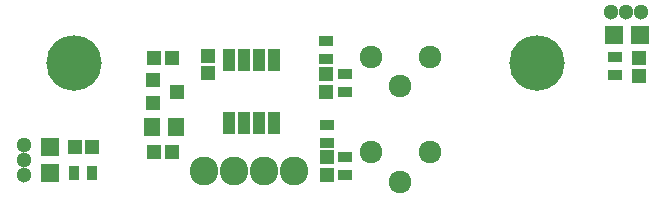
<source format=gbr>
G04 #@! TF.GenerationSoftware,KiCad,Pcbnew,(5.1.5)-3*
G04 #@! TF.CreationDate,2020-05-08T15:22:29-04:00*
G04 #@! TF.ProjectId,MZBOT_XY-Endstop,4d5a424f-545f-4585-992d-456e6473746f,A*
G04 #@! TF.SameCoordinates,Original*
G04 #@! TF.FileFunction,Soldermask,Top*
G04 #@! TF.FilePolarity,Negative*
%FSLAX46Y46*%
G04 Gerber Fmt 4.6, Leading zero omitted, Abs format (unit mm)*
G04 Created by KiCad (PCBNEW (5.1.5)-3) date 2020-05-08 15:22:29*
%MOMM*%
%LPD*%
G04 APERTURE LIST*
%ADD10C,0.200000*%
%ADD11C,1.300000*%
%ADD12C,1.924000*%
%ADD13C,4.700000*%
%ADD14R,1.200000X1.150000*%
%ADD15C,2.432000*%
%ADD16R,0.900000X1.300000*%
%ADD17R,1.150000X1.200000*%
%ADD18R,1.300000X0.900000*%
%ADD19R,1.000000X1.950000*%
%ADD20R,1.300000X1.200000*%
%ADD21R,1.400000X1.650000*%
%ADD22R,1.600000X1.600000*%
G04 APERTURE END LIST*
D10*
X128000000Y-98750000D02*
G75*
G03X128000000Y-98750000I-250000J0D01*
G01*
X167250000Y-98750000D02*
G75*
G03X167250000Y-98750000I-250000J0D01*
G01*
D11*
X123500000Y-106980000D03*
X123500000Y-105710000D03*
X123500000Y-108250000D03*
D12*
X155400000Y-108850000D03*
X152900000Y-106350000D03*
X157900000Y-106350000D03*
D13*
X167000000Y-98750000D03*
X127750000Y-98750000D03*
D14*
X129322200Y-105905800D03*
X127822200Y-105905800D03*
D15*
X146410000Y-107900000D03*
X143870000Y-107900000D03*
X141330000Y-107900000D03*
X138790000Y-107900000D03*
D16*
X127758000Y-108090200D03*
X129258000Y-108090200D03*
D17*
X149200000Y-108250000D03*
X149200000Y-106750000D03*
X149100000Y-101250000D03*
X149100000Y-99750000D03*
D14*
X134550000Y-106300000D03*
X136050000Y-106300000D03*
X134550000Y-98400000D03*
X136050000Y-98400000D03*
D18*
X149200000Y-105550000D03*
X149200000Y-104050000D03*
X150700000Y-106750000D03*
X150700000Y-108250000D03*
X149100000Y-98450000D03*
X149100000Y-96950000D03*
X150700000Y-99750000D03*
X150700000Y-101250000D03*
X173618400Y-98272400D03*
X173618400Y-99772400D03*
D11*
X174500000Y-94500000D03*
X175770000Y-94500000D03*
X173230000Y-94500000D03*
D19*
X140895000Y-103900000D03*
X142165000Y-103900000D03*
X143435000Y-103900000D03*
X144705000Y-103900000D03*
X144705000Y-98500000D03*
X143435000Y-98500000D03*
X142165000Y-98500000D03*
X140895000Y-98500000D03*
D20*
X134500000Y-100250000D03*
X134500000Y-102150000D03*
X136500000Y-101200000D03*
D17*
X175650400Y-99874000D03*
X175650400Y-98374000D03*
X139100000Y-99650000D03*
X139100000Y-98150000D03*
D21*
X136400000Y-104200000D03*
X134400000Y-104200000D03*
D22*
X125750000Y-105900000D03*
X125750000Y-108100000D03*
X175658200Y-96431600D03*
X173458200Y-96431600D03*
D12*
X155400000Y-100750000D03*
X152900000Y-98250000D03*
X157900000Y-98250000D03*
M02*

</source>
